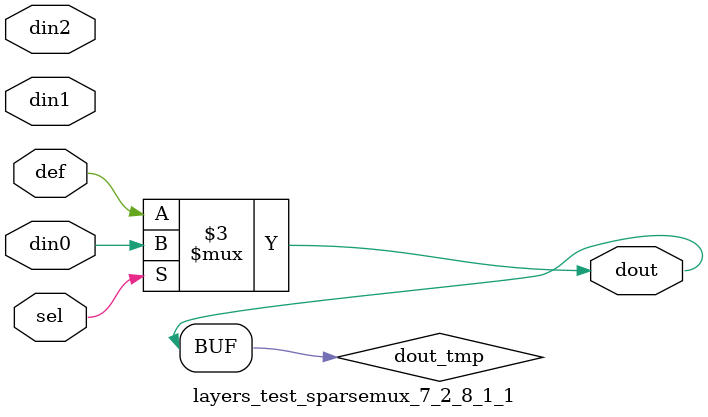
<source format=v>
`timescale 1ns / 1ps

module layers_test_sparsemux_7_2_8_1_1 (din0,din1,din2,def,sel,dout);

parameter din0_WIDTH = 1;

parameter din1_WIDTH = 1;

parameter din2_WIDTH = 1;

parameter def_WIDTH = 1;
parameter sel_WIDTH = 1;
parameter dout_WIDTH = 1;

parameter [sel_WIDTH-1:0] CASE0 = 1;

parameter [sel_WIDTH-1:0] CASE1 = 1;

parameter [sel_WIDTH-1:0] CASE2 = 1;

parameter ID = 1;
parameter NUM_STAGE = 1;



input [din0_WIDTH-1:0] din0;

input [din1_WIDTH-1:0] din1;

input [din2_WIDTH-1:0] din2;

input [def_WIDTH-1:0] def;
input [sel_WIDTH-1:0] sel;

output [dout_WIDTH-1:0] dout;



reg [dout_WIDTH-1:0] dout_tmp;


always @ (*) begin
(* parallel_case *) case (sel)
    
    CASE0 : dout_tmp = din0;
    
    CASE1 : dout_tmp = din1;
    
    CASE2 : dout_tmp = din2;
    
    default : dout_tmp = def;
endcase
end


assign dout = dout_tmp;



endmodule

</source>
